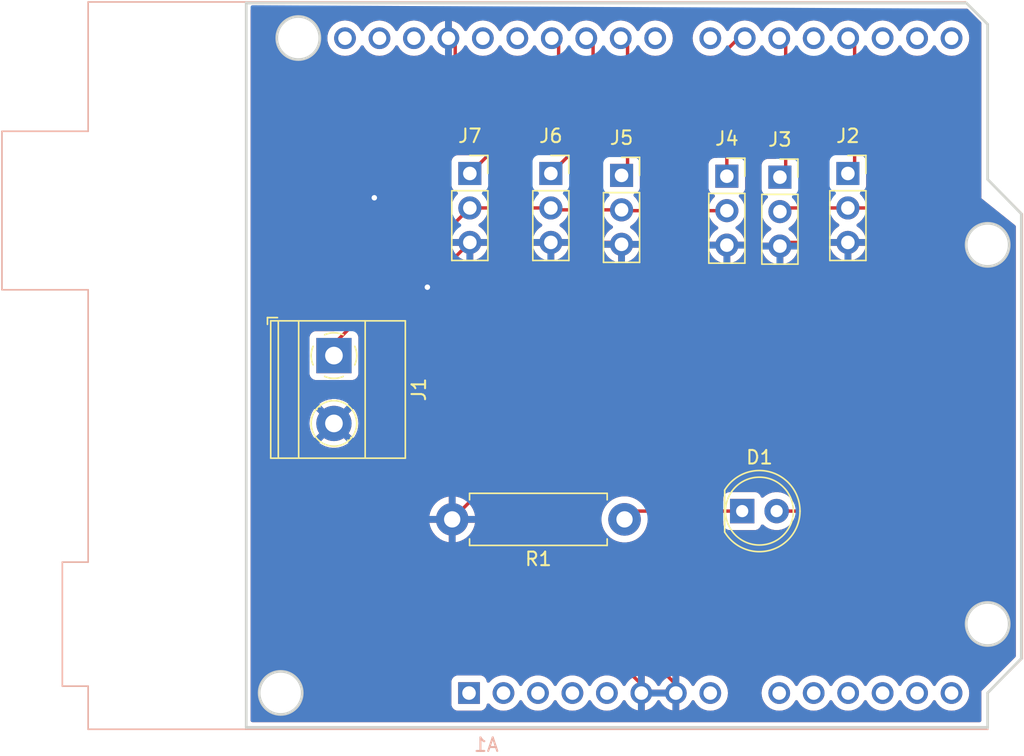
<source format=kicad_pcb>
(kicad_pcb (version 20221018) (generator pcbnew)
  (layers (0 "F.Cu" signal) (31 "B.Cu" signal) (34 "B.Paste" user) (35 "F.Paste" user) (36 "B.SilkS" user "B.Silkscreen") (37 "F.SilkS" user "F.Silkscreen") (38 "B.Mask" user) (39 "F.Mask" user) (44 "Edge.Cuts" user))
  (net 0 "")
  (net 6 "GND")
  (net 25 "Net-(D1-K)")
  (net 26 "+5V")
  (net 27 "/s0")
  (net 28 "/s1")
  (net 29 "/s2")
  (net 30 "/s3")
  (net 31 "/s4")
  (net 32 "/s5")
  (footprint "Connector_PinSocket_2.54mm:PinSocket_1x03_P2.54mm_Vertical" (layer "F.Cu") (at 166.65 32.21)
    (fp_text reference "J6" (at 0 -2.77) (layer "F.SilkS"))
    (fp_text value "Conn_01x03")
    (fp_line (start -1.33 1.27) (end -1.33 6.41) (stroke (width 0.12)) (layer "F.SilkS"))
    (fp_line (start -1.33 1.27) (end 1.33 1.27) (stroke (width 0.12)) (layer "F.SilkS"))
    (fp_line (start -1.33 6.41) (end 1.33 6.41) (stroke (width 0.12)) (layer "F.SilkS"))
    (fp_line (start 0 -1.33) (end 1.33 -1.33) (stroke (width 0.12)) (layer "F.SilkS"))
    (fp_line (start 1.33 -1.33) (end 1.33 0) (stroke (width 0.12)) (layer "F.SilkS"))
    (fp_line (start 1.33 1.27) (end 1.33 6.41) (stroke (width 0.12)) (layer "F.SilkS"))
    (pad "1" thru_hole rect (at 0 0) (size 1.7 1.7) (drill 1) (layers "*.Cu" "*.Mask") (net 31 "/s4"))
    (pad "2" thru_hole oval (at 0 2.54) (size 1.7 1.7) (drill 1) (layers "*.Cu" "*.Mask") (net 26 "+5V"))
    (pad "3" thru_hole oval (at 0 5.08) (size 1.7 1.7) (drill 1) (layers "*.Cu" "*.Mask") (net 6 "GND"))
  )
  (footprint "Connector_PinSocket_2.54mm:PinSocket_1x03_P2.54mm_Vertical" (layer "F.Cu") (at 188.54 32.21)
    (fp_text reference "J2" (at 0 -2.77) (layer "F.SilkS"))
    (fp_text value "Conn_01x03")
    (fp_line (start -1.33 1.27) (end -1.33 6.41) (stroke (width 0.12)) (layer "F.SilkS"))
    (fp_line (start -1.33 1.27) (end 1.33 1.27) (stroke (width 0.12)) (layer "F.SilkS"))
    (fp_line (start -1.33 6.41) (end 1.33 6.41) (stroke (width 0.12)) (layer "F.SilkS"))
    (fp_line (start 0 -1.33) (end 1.33 -1.33) (stroke (width 0.12)) (layer "F.SilkS"))
    (fp_line (start 1.33 -1.33) (end 1.33 0) (stroke (width 0.12)) (layer "F.SilkS"))
    (fp_line (start 1.33 1.27) (end 1.33 6.41) (stroke (width 0.12)) (layer "F.SilkS"))
    (pad "1" thru_hole rect (at 0 0) (size 1.7 1.7) (drill 1) (layers "*.Cu" "*.Mask") (net 27 "/s0"))
    (pad "2" thru_hole oval (at 0 2.54) (size 1.7 1.7) (drill 1) (layers "*.Cu" "*.Mask") (net 26 "+5V"))
    (pad "3" thru_hole oval (at 0 5.08) (size 1.7 1.7) (drill 1) (layers "*.Cu" "*.Mask") (net 6 "GND"))
  )
  (footprint "TerminalBlock_Phoenix:TerminalBlock_Phoenix_MKDS-1,5-2_1x02_P5.00mm_Horizontal" (layer "F.Cu") (at 150.665 45.63 -90)
    (fp_text reference "J1" (at 2.5 -6.26 90) (layer "F.SilkS"))
    (fp_text value "Screw_Terminal_01x02")
    (fp_line (start -2.8 4.16) (end -2.8 4.9) (stroke (width 0.12)) (layer "F.SilkS"))
    (fp_line (start -2.8 4.9) (end -2.3 4.9) (stroke (width 0.12)) (layer "F.SilkS"))
    (fp_line (start -2.56 -5.261) (end -2.56 4.66) (stroke (width 0.12)) (layer "F.SilkS"))
    (fp_line (start -2.56 -5.261) (end 7.56 -5.261) (stroke (width 0.12)) (layer "F.SilkS"))
    (fp_line (start -2.56 -2.301) (end 7.56 -2.301) (stroke (width 0.12)) (layer "F.SilkS"))
    (fp_line (start -2.56 2.6) (end 7.56 2.6) (stroke (width 0.12)) (layer "F.SilkS"))
    (fp_line (start -2.56 4.1) (end 7.56 4.1) (stroke (width 0.12)) (layer "F.SilkS"))
    (fp_line (start -2.56 4.66) (end 7.56 4.66) (stroke (width 0.12)) (layer "F.SilkS"))
    (fp_line (start 3.773 1.023) (end 3.726 1.069) (stroke (width 0.12)) (layer "F.SilkS"))
    (fp_line (start 3.966 1.239) (end 3.931 1.274) (stroke (width 0.12)) (layer "F.SilkS"))
    (fp_line (start 6.07 -1.275) (end 6.035 -1.239) (stroke (width 0.12)) (layer "F.SilkS"))
    (fp_line (start 6.275 -1.069) (end 6.228 -1.023) (stroke (width 0.12)) (layer "F.SilkS"))
    (fp_line (start 7.56 -5.261) (end 7.56 4.66) (stroke (width 0.12)) (layer "F.SilkS"))
    (fp_arc (start -1.535427 0.683042) (mid -1.680501 -0.000524) (end -1.535 -0.684) (stroke (width 0.12)) (layer "F.SilkS"))
    (fp_arc (start -0.683042 -1.535427) (mid 0.000524 -1.680501) (end 0.684 -1.535) (stroke (width 0.12)) (layer "F.SilkS"))
    (fp_arc (start 0.028805 1.680253) (mid -0.335551 1.646659) (end -0.684 1.535) (stroke (width 0.12)) (layer "F.SilkS"))
    (fp_arc (start 0.683318 1.534756) (mid 0.349292 1.643288) (end 0 1.68) (stroke (width 0.12)) (layer "F.SilkS"))
    (fp_arc (start 1.535427 -0.683042) (mid 1.680501 0.000524) (end 1.535 0.684) (stroke (width 0.12)) (layer "F.SilkS"))
    (fp_circle (center 5 0) (end 6.68 0) (stroke (width 0.12)) (fill none) (layer "F.SilkS"))
    (pad "1" thru_hole rect (at 0 0 270) (size 2.6 2.6) (drill 1.3) (layers "*.Cu" "*.Mask") (net 26 "+5V"))
    (pad "2" thru_hole circle (at 5 0 270) (size 2.6 2.6) (drill 1.3) (layers "*.Cu" "*.Mask") (net 6 "GND"))
  )
  (footprint "Connector_PinSocket_2.54mm:PinSocket_1x03_P2.54mm_Vertical" (layer "F.Cu") (at 160.68 32.21)
    (fp_text reference "J7" (at 0 -2.77) (layer "F.SilkS"))
    (fp_text value "Conn_01x03")
    (fp_line (start -1.33 1.27) (end -1.33 6.41) (stroke (width 0.12)) (layer "F.SilkS"))
    (fp_line (start -1.33 1.27) (end 1.33 1.27) (stroke (width 0.12)) (layer "F.SilkS"))
    (fp_line (start -1.33 6.41) (end 1.33 6.41) (stroke (width 0.12)) (layer "F.SilkS"))
    (fp_line (start 0 -1.33) (end 1.33 -1.33) (stroke (width 0.12)) (layer "F.SilkS"))
    (fp_line (start 1.33 -1.33) (end 1.33 0) (stroke (width 0.12)) (layer "F.SilkS"))
    (fp_line (start 1.33 1.27) (end 1.33 6.41) (stroke (width 0.12)) (layer "F.SilkS"))
    (pad "1" thru_hole rect (at 0 0) (size 1.7 1.7) (drill 1) (layers "*.Cu" "*.Mask") (net 32 "/s5"))
    (pad "2" thru_hole oval (at 0 2.54) (size 1.7 1.7) (drill 1) (layers "*.Cu" "*.Mask") (net 26 "+5V"))
    (pad "3" thru_hole oval (at 0 5.08) (size 1.7 1.7) (drill 1) (layers "*.Cu" "*.Mask") (net 6 "GND"))
  )
  (footprint "Connector_PinSocket_2.54mm:PinSocket_1x03_P2.54mm_Vertical" (layer "F.Cu") (at 179.62 32.41)
    (fp_text reference "J4" (at 0 -2.77) (layer "F.SilkS"))
    (fp_text value "Conn_01x03")
    (fp_line (start -1.33 1.27) (end -1.33 6.41) (stroke (width 0.12)) (layer "F.SilkS"))
    (fp_line (start -1.33 1.27) (end 1.33 1.27) (stroke (width 0.12)) (layer "F.SilkS"))
    (fp_line (start -1.33 6.41) (end 1.33 6.41) (stroke (width 0.12)) (layer "F.SilkS"))
    (fp_line (start 0 -1.33) (end 1.33 -1.33) (stroke (width 0.12)) (layer "F.SilkS"))
    (fp_line (start 1.33 -1.33) (end 1.33 0) (stroke (width 0.12)) (layer "F.SilkS"))
    (fp_line (start 1.33 1.27) (end 1.33 6.41) (stroke (width 0.12)) (layer "F.SilkS"))
    (pad "1" thru_hole rect (at 0 0) (size 1.7 1.7) (drill 1) (layers "*.Cu" "*.Mask") (net 29 "/s2"))
    (pad "2" thru_hole oval (at 0 2.54) (size 1.7 1.7) (drill 1) (layers "*.Cu" "*.Mask") (net 26 "+5V"))
    (pad "3" thru_hole oval (at 0 5.08) (size 1.7 1.7) (drill 1) (layers "*.Cu" "*.Mask") (net 6 "GND"))
  )
  (footprint "Resistor_THT:R_Axial_DIN0411_L9.9mm_D3.6mm_P12.70mm_Horizontal" (layer "F.Cu") (at 172.08 57.7 180)
    (fp_text reference "R1" (at 6.35 -2.92) (layer "F.SilkS"))
    (fp_text value "220Ω")
    (fp_line (start 1.28 -1.92) (end 11.42 -1.92) (stroke (width 0.12)) (layer "F.SilkS"))
    (fp_line (start 1.28 -1.44) (end 1.28 -1.92) (stroke (width 0.12)) (layer "F.SilkS"))
    (fp_line (start 1.28 1.44) (end 1.28 1.92) (stroke (width 0.12)) (layer "F.SilkS"))
    (fp_line (start 1.28 1.92) (end 11.42 1.92) (stroke (width 0.12)) (layer "F.SilkS"))
    (fp_line (start 11.42 -1.92) (end 11.42 -1.44) (stroke (width 0.12)) (layer "F.SilkS"))
    (fp_line (start 11.42 1.92) (end 11.42 1.44) (stroke (width 0.12)) (layer "F.SilkS"))
    (pad "1" thru_hole circle (at 0 0 180) (size 2.4 2.4) (drill 1.2) (layers "*.Cu" "*.Mask") (net 25 "Net-(D1-K)"))
    (pad "2" thru_hole oval (at 12.7 0 180) (size 2.4 2.4) (drill 1.2) (layers "*.Cu" "*.Mask") (net 6 "GND"))
  )
  (footprint "Connector_PinSocket_2.54mm:PinSocket_1x03_P2.54mm_Vertical" (layer "F.Cu") (at 171.86 32.35)
    (fp_text reference "J5" (at 0 -2.77) (layer "F.SilkS"))
    (fp_text value "Conn_01x03")
    (fp_line (start -1.33 1.27) (end -1.33 6.41) (stroke (width 0.12)) (layer "F.SilkS"))
    (fp_line (start -1.33 1.27) (end 1.33 1.27) (stroke (width 0.12)) (layer "F.SilkS"))
    (fp_line (start -1.33 6.41) (end 1.33 6.41) (stroke (width 0.12)) (layer "F.SilkS"))
    (fp_line (start 0 -1.33) (end 1.33 -1.33) (stroke (width 0.12)) (layer "F.SilkS"))
    (fp_line (start 1.33 -1.33) (end 1.33 0) (stroke (width 0.12)) (layer "F.SilkS"))
    (fp_line (start 1.33 1.27) (end 1.33 6.41) (stroke (width 0.12)) (layer "F.SilkS"))
    (pad "1" thru_hole rect (at 0 0) (size 1.7 1.7) (drill 1) (layers "*.Cu" "*.Mask") (net 30 "/s3"))
    (pad "2" thru_hole oval (at 0 2.54) (size 1.7 1.7) (drill 1) (layers "*.Cu" "*.Mask") (net 26 "+5V"))
    (pad "3" thru_hole oval (at 0 5.08) (size 1.7 1.7) (drill 1) (layers "*.Cu" "*.Mask") (net 6 "GND"))
  )
  (footprint "LED_THT:LED_D5.0mm" (layer "F.Cu") (at 180.75 57.09)
    (fp_text reference "D1" (at 1.27 -3.96) (layer "F.SilkS"))
    (fp_text value "RED")
    (fp_line (start -1.29 -1.545) (end -1.29 1.545) (stroke (width 0.12)) (layer "F.SilkS"))
    (fp_arc (start -1.29 -1.54483) (mid 2.072002 -2.880433) (end 4.26 0.000462) (stroke (width 0.12)) (layer "F.SilkS"))
    (fp_arc (start 4.26 -0.000462) (mid 2.072002 2.880433) (end -1.29 1.54483) (stroke (width 0.12)) (layer "F.SilkS"))
    (fp_circle (center 1.27 0) (end 3.77 0) (stroke (width 0.12)) (fill none) (layer "F.SilkS"))
    (pad "1" thru_hole rect (at 0 0) (size 1.8 1.8) (drill 0.9) (layers "*.Cu" "*.Mask") (net 25 "Net-(D1-K)"))
    (pad "2" thru_hole circle (at 2.54 0) (size 1.8 1.8) (drill 0.9) (layers "*.Cu" "*.Mask") (net 26 "+5V"))
  )
  (footprint "Connector_PinSocket_2.54mm:PinSocket_1x03_P2.54mm_Vertical" (layer "F.Cu") (at 183.53 32.48)
    (fp_text reference "J3" (at 0 -2.77) (layer "F.SilkS"))
    (fp_text value "Conn_01x03")
    (fp_line (start -1.33 1.27) (end -1.33 6.41) (stroke (width 0.12)) (layer "F.SilkS"))
    (fp_line (start -1.33 1.27) (end 1.33 1.27) (stroke (width 0.12)) (layer "F.SilkS"))
    (fp_line (start -1.33 6.41) (end 1.33 6.41) (stroke (width 0.12)) (layer "F.SilkS"))
    (fp_line (start 0 -1.33) (end 1.33 -1.33) (stroke (width 0.12)) (layer "F.SilkS"))
    (fp_line (start 1.33 -1.33) (end 1.33 0) (stroke (width 0.12)) (layer "F.SilkS"))
    (fp_line (start 1.33 1.27) (end 1.33 6.41) (stroke (width 0.12)) (layer "F.SilkS"))
    (pad "1" thru_hole rect (at 0 0) (size 1.7 1.7) (drill 1) (layers "*.Cu" "*.Mask") (net 28 "/s1"))
    (pad "2" thru_hole oval (at 0 2.54) (size 1.7 1.7) (drill 1) (layers "*.Cu" "*.Mask") (net 26 "+5V"))
    (pad "3" thru_hole oval (at 0 5.08) (size 1.7 1.7) (drill 1) (layers "*.Cu" "*.Mask") (net 6 "GND"))
  )
  (footprint "Module:Arduino_UNO_R3" (layer "B.Cu") (at 160.62 70.5)
    (fp_text reference "A1" (at 1.27 3.81 -360) (layer "B.SilkS") (effects (justify mirror)))
    (fp_text value "Arduino_UNO_R3")
    (fp_line (start -34.42 -41.4) (end -28.07 -41.4) (stroke (width 0.12)) (layer "B.SilkS"))
    (fp_line (start -34.42 -29.72) (end -34.42 -41.4) (stroke (width 0.12)) (layer "B.SilkS"))
    (fp_line (start -29.97 -9.65) (end -28.07 -9.65) (stroke (width 0.12)) (layer "B.SilkS"))
    (fp_line (start -29.97 -0.51) (end -29.97 -9.65) (stroke (width 0.12)) (layer "B.SilkS"))
    (fp_line (start -28.07 -50.93) (end 36.58 -50.93) (stroke (width 0.12)) (layer "B.SilkS"))
    (fp_line (start -28.07 -41.4) (end -28.07 -50.93) (stroke (width 0.12)) (layer "B.SilkS"))
    (fp_line (start -28.07 -29.72) (end -34.42 -29.72) (stroke (width 0.12)) (layer "B.SilkS"))
    (fp_line (start -28.07 -9.65) (end -28.07 -29.72) (stroke (width 0.12)) (layer "B.SilkS"))
    (fp_line (start -28.07 -0.51) (end -29.97 -0.51) (stroke (width 0.12)) (layer "B.SilkS"))
    (fp_line (start -28.07 2.67) (end -28.07 -0.51) (stroke (width 0.12)) (layer "B.SilkS"))
    (fp_line (start 36.58 -50.93) (end 38.23 -49.28) (stroke (width 0.12)) (layer "B.SilkS"))
    (fp_line (start 38.23 -49.28) (end 38.23 -37.85) (stroke (width 0.12)) (layer "B.SilkS"))
    (fp_line (start 38.23 -37.85) (end 40.77 -35.31) (stroke (width 0.12)) (layer "B.SilkS"))
    (fp_line (start 38.23 0) (end 38.23 2.67) (stroke (width 0.12)) (layer "B.SilkS"))
    (fp_line (start 38.23 2.67) (end -28.07 2.67) (stroke (width 0.12)) (layer "B.SilkS"))
    (fp_line (start 40.77 -35.31) (end 40.77 -2.54) (stroke (width 0.12)) (layer "B.SilkS"))
    (fp_line (start 40.77 -2.54) (end 38.23 0) (stroke (width 0.12)) (layer "B.SilkS"))
    (pad "1" thru_hole rect (at 0 0 270) (size 1.6 1.6) (drill 1) (layers "*.Cu" "*.Mask"))
    (pad "2" thru_hole oval (at 2.54 0 270) (size 1.6 1.6) (drill 1) (layers "*.Cu" "*.Mask"))
    (pad "3" thru_hole oval (at 5.08 0 270) (size 1.6 1.6) (drill 1) (layers "*.Cu" "*.Mask"))
    (pad "4" thru_hole oval (at 7.62 0 270) (size 1.6 1.6) (drill 1) (layers "*.Cu" "*.Mask"))
    (pad "5" thru_hole oval (at 10.16 0 270) (size 1.6 1.6) (drill 1) (layers "*.Cu" "*.Mask"))
    (pad "6" thru_hole oval (at 12.7 0 270) (size 1.6 1.6) (drill 1) (layers "*.Cu" "*.Mask") (net 6 "GND"))
    (pad "7" thru_hole oval (at 15.24 0 270) (size 1.6 1.6) (drill 1) (layers "*.Cu" "*.Mask") (net 6 "GND"))
    (pad "8" thru_hole oval (at 17.78 0 270) (size 1.6 1.6) (drill 1) (layers "*.Cu" "*.Mask"))
    (pad "9" thru_hole oval (at 22.86 0 270) (size 1.6 1.6) (drill 1) (layers "*.Cu" "*.Mask"))
    (pad "10" thru_hole oval (at 25.4 0 270) (size 1.6 1.6) (drill 1) (layers "*.Cu" "*.Mask"))
    (pad "11" thru_hole oval (at 27.94 0 270) (size 1.6 1.6) (drill 1) (layers "*.Cu" "*.Mask"))
    (pad "12" thru_hole oval (at 30.48 0 270) (size 1.6 1.6) (drill 1) (layers "*.Cu" "*.Mask"))
    (pad "13" thru_hole oval (at 33.02 0 270) (size 1.6 1.6) (drill 1) (layers "*.Cu" "*.Mask"))
    (pad "14" thru_hole oval (at 35.56 0 270) (size 1.6 1.6) (drill 1) (layers "*.Cu" "*.Mask"))
    (pad "15" thru_hole oval (at 35.56 -48.26 270) (size 1.6 1.6) (drill 1) (layers "*.Cu" "*.Mask"))
    (pad "16" thru_hole oval (at 33.02 -48.26 270) (size 1.6 1.6) (drill 1) (layers "*.Cu" "*.Mask"))
    (pad "17" thru_hole oval (at 30.48 -48.26 270) (size 1.6 1.6) (drill 1) (layers "*.Cu" "*.Mask"))
    (pad "18" thru_hole oval (at 27.94 -48.26 270) (size 1.6 1.6) (drill 1) (layers "*.Cu" "*.Mask") (net 27 "/s0"))
    (pad "19" thru_hole oval (at 25.4 -48.26 270) (size 1.6 1.6) (drill 1) (layers "*.Cu" "*.Mask"))
    (pad "20" thru_hole oval (at 22.86 -48.26 270) (size 1.6 1.6) (drill 1) (layers "*.Cu" "*.Mask") (net 28 "/s1"))
    (pad "21" thru_hole oval (at 20.32 -48.26 270) (size 1.6 1.6) (drill 1) (layers "*.Cu" "*.Mask") (net 29 "/s2"))
    (pad "22" thru_hole oval (at 17.78 -48.26 270) (size 1.6 1.6) (drill 1) (layers "*.Cu" "*.Mask"))
    (pad "23" thru_hole oval (at 13.72 -48.26 270) (size 1.6 1.6) (drill 1) (layers "*.Cu" "*.Mask"))
    (pad "24" thru_hole oval (at 11.18 -48.26 270) (size 1.6 1.6) (drill 1) (layers "*.Cu" "*.Mask") (net 30 "/s3"))
    (pad "25" thru_hole oval (at 8.64 -48.26 270) (size 1.6 1.6) (drill 1) (layers "*.Cu" "*.Mask") (net 31 "/s4"))
    (pad "26" thru_hole oval (at 6.1 -48.26 270) (size 1.6 1.6) (drill 1) (layers "*.Cu" "*.Mask") (net 32 "/s5"))
    (pad "27" thru_hole oval (at 3.56 -48.26 270) (size 1.6 1.6) (drill 1) (layers "*.Cu" "*.Mask"))
    (pad "28" thru_hole oval (at 1.02 -48.26 270) (size 1.6 1.6) (drill 1) (layers "*.Cu" "*.Mask"))
    (pad "29" thru_hole oval (at -1.52 -48.26 270) (size 1.6 1.6) (drill 1) (layers "*.Cu" "*.Mask") (net 6 "GND"))
    (pad "30" thru_hole oval (at -4.06 -48.26 270) (size 1.6 1.6) (drill 1) (layers "*.Cu" "*.Mask"))
    (pad "31" thru_hole oval (at -6.6 -48.26 270) (size 1.6 1.6) (drill 1) (layers "*.Cu" "*.Mask"))
    (pad "32" thru_hole oval (at -9.14 -48.26 270) (size 1.6 1.6) (drill 1) (layers "*.Cu" "*.Mask"))
  )
  (gr_circle (center 156.676 22.228473) (end 156.93 22.228473) (stroke (width 0.2)) (fill none) (layer "Edge.Cuts"))
  (gr_circle (center 196.27 22.228473) (end 196.524 22.228473) (stroke (width 0.2)) (fill none) (layer "Edge.Cuts"))
  (gr_line (start 198.84 73.028473) (end 144.2 73.028473) (stroke (width 0.2)) (layer "Edge.Cuts"))
  (gr_circle (center 161.756 22.228473) (end 162.01 22.228473) (stroke (width 0.2)) (fill none) (layer "Edge.Cuts"))
  (gr_circle (center 178.49 22.228473) (end 178.744 22.228473) (stroke (width 0.2)) (fill none) (layer "Edge.Cuts"))
  (gr_circle (center 160.71 70.488473) (end 160.964 70.488473) (stroke (width 0.2)) (fill none) (layer "Edge.Cuts"))
  (gr_circle (center 170.87 70.488473) (end 171.124 70.488473) (stroke (width 0.2)) (fill none) (layer "Edge.Cuts"))
  (gr_circle (center 188.65 22.228473) (end 188.904 22.228473) (stroke (width 0.2)) (fill none) (layer "Edge.Cuts"))
  (gr_circle (center 151.596 22.228473) (end 151.85 22.228473) (stroke (width 0.2)) (fill none) (layer "Edge.Cuts"))
  (gr_circle (center 183.57 70.488473) (end 183.824 70.488473) (stroke (width 0.2)) (fill none) (layer "Edge.Cuts"))
  (gr_circle (center 186.11 70.488473) (end 186.364 70.488473) (stroke (width 0.2)) (fill none) (layer "Edge.Cuts"))
  (gr_circle (center 169.376 22.228473) (end 169.63 22.228473) (stroke (width 0.2)) (fill none) (layer "Edge.Cuts"))
  (gr_line (start 144.2 73.028473) (end 144.2 19.65) (stroke (width 0.2)) (layer "Edge.Cuts"))
  (gr_circle (center 193.73 22.228473) (end 193.984 22.228473) (stroke (width 0.2)) (fill none) (layer "Edge.Cuts"))
  (gr_circle (center 188.65 70.488473) (end 188.904 70.488473) (stroke (width 0.2)) (fill none) (layer "Edge.Cuts"))
  (gr_line (start 198.84 32.642473) (end 201.32 35.182473) (stroke (width 0.2)) (layer "Edge.Cuts"))
  (gr_circle (center 181.03 22.228473) (end 181.284 22.228473) (stroke (width 0.2)) (fill none) (layer "Edge.Cuts"))
  (gr_circle (center 191.19 22.228473) (end 191.444 22.228473) (stroke (width 0.2)) (fill none) (layer "Edge.Cuts"))
  (gr_circle (center 166.836 22.228473) (end 167.09 22.228473) (stroke (width 0.2)) (fill none) (layer "Edge.Cuts"))
  (gr_circle (center 193.73 70.488473) (end 193.984 70.488473) (stroke (width 0.2)) (fill none) (layer "Edge.Cuts"))
  (gr_circle (center 173.41 70.488473) (end 173.664 70.488473) (stroke (width 0.2)) (fill none) (layer "Edge.Cuts"))
  (gr_circle (center 164.296 22.228473) (end 164.55 22.228473) (stroke (width 0.2)) (fill none) (layer "Edge.Cuts"))
  (gr_circle (center 178.49 70.488473) (end 178.744 70.488473) (stroke (width 0.2)) (fill none) (layer "Edge.Cuts"))
  (gr_line (start 198.84 21.214792) (end 198.84 32.642473) (stroke (width 0.2)) (layer "Edge.Cuts"))
  (gr_line (start 201.32 67.948473) (end 198.84 70.488473) (stroke (width 0.2)) (layer "Edge.Cuts"))
  (gr_circle (center 148.04 22.228473) (end 149.6275 22.228473) (stroke (width 0.2)) (fill none) (layer "Edge.Cuts"))
  (gr_circle (center 196.27 70.488473) (end 196.524 70.488473) (stroke (width 0.2)) (fill none) (layer "Edge.Cuts"))
  (gr_circle (center 146.74 70.488473) (end 148.3275 70.488473) (stroke (width 0.2)) (fill none) (layer "Edge.Cuts"))
  (gr_circle (center 163.25 70.488473) (end 163.504 70.488473) (stroke (width 0.2)) (fill none) (layer "Edge.Cuts"))
  (gr_circle (center 198.84 37.468473) (end 200.4275 37.468473) (stroke (width 0.2)) (fill none) (layer "Edge.Cuts"))
  (gr_circle (center 168.33 70.488473) (end 168.584 70.488473) (stroke (width 0.2)) (fill none) (layer "Edge.Cuts"))
  (gr_circle (center 183.57 22.228473) (end 183.824 22.228473) (stroke (width 0.2)) (fill none) (layer "Edge.Cuts"))
  (gr_circle (center 159.216 22.228473) (end 159.47 22.228473) (stroke (width 0.2)) (fill none) (layer "Edge.Cuts"))
  (gr_circle (center 186.11 22.228473) (end 186.364 22.228473) (stroke (width 0.2)) (fill none) (layer "Edge.Cuts"))
  (gr_line (start 198.84 73.028473) (end 198.84 70.488473) (stroke (width 0.2)) (layer "Edge.Cuts"))
  (gr_line (start 198.84 21.214792) (end 197.275208 19.65) (stroke (width 0.2)) (layer "Edge.Cuts"))
  (gr_circle (center 165.79 70.488473) (end 166.044 70.488473) (stroke (width 0.2)) (fill none) (layer "Edge.Cuts"))
  (gr_circle (center 191.19 70.488473) (end 191.444 70.488473) (stroke (width 0.2)) (fill none) (layer "Edge.Cuts"))
  (gr_circle (center 154.136 22.228473) (end 154.39 22.228473) (stroke (width 0.2)) (fill none) (layer "Edge.Cuts"))
  (gr_circle (center 174.456 22.228473) (end 174.71 22.228473) (stroke (width 0.2)) (fill none) (layer "Edge.Cuts"))
  (gr_circle (center 171.916 22.228473) (end 172.17 22.228473) (stroke (width 0.2)) (fill none) (layer "Edge.Cuts"))
  (gr_circle (center 198.84 65.408473) (end 200.4275 65.408473) (stroke (width 0.2)) (fill none) (layer "Edge.Cuts"))
  (gr_circle (center 175.95 70.488473) (end 176.204 70.488473) (stroke (width 0.2)) (fill none) (layer "Edge.Cuts"))
  (gr_line (start 201.32 35.182473) (end 201.32 67.948473) (stroke (width 0.2)) (layer "Edge.Cuts"))
  (gr_line (start 197.275208 19.65) (end 144.2 19.65) (stroke (width 0.2)) (layer "Edge.Cuts"))
  (segment (start 166.65 37.29) (end 171.72 37.29) (width 0.25) (layer "F.Cu") (net 6))
  (segment (start 175.974581 70.385419) (end 176.018857 70.385419) (width 0.25) (layer "F.Cu") (net 6))
  (segment (start 159.1 22.172562) (end 159.136281 22.136281) (width 0.25) (layer "F.Cu") (net 6))
  (segment (start 157.735 57.7) (end 159.38 57.7) (width 0.25) (layer "F.Cu") (net 6))
  (segment (start 171.86 37.43) (end 179.56 37.43) (width 0.25) (layer "F.Cu") (net 6))
  (segment (start 159.1 22.24) (end 159.1 22.172562) (width 0.25) (layer "F.Cu") (net 6))
  (segment (start 159.38 57.7) (end 159.38 63.37) (width 0.25) (layer "F.Cu") (net 6))
  (segment (start 162.77 66.76) (end 170.221134 66.76) (width 0.25) (layer "F.Cu") (net 6))
  (segment (start 172.761134 66.76) (end 176.336469 70.335335) (width 0.25) (layer "F.Cu") (net 6))
  (segment (start 176.018857 70.385419) (end 176.053054 70.419616) (width 0.25) (layer "F.Cu") (net 6))
  (segment (start 188.54 37.29) (end 183.8 37.29) (width 0.25) (layer "F.Cu") (net 6))
  (segment (start 150.665 50.63) (end 157.735 57.7) (width 0.25) (layer "F.Cu") (net 6))
  (segment (start 160.68 56.4) (end 159.38 57.7) (width 0.25) (layer "F.Cu") (net 6))
  (segment (start 179.56 37.43) (end 179.62 37.49) (width 0.25) (layer "F.Cu") (net 6))
  (segment (start 159.38 63.37) (end 162.77 66.76) (width 0.25) (layer "F.Cu") (net 6))
  (segment (start 175.86 70.5) (end 175.974581 70.385419) (width 0.25) (layer "F.Cu") (net 6))
  (segment (start 160.68 37.29) (end 160.68 56.4) (width 0.25) (layer "F.Cu") (net 6))
  (segment (start 176.336469 70.335335) (end 176.336469 70.535924) (width 0.25) (layer "F.Cu") (net 6))
  (segment (start 171.72 37.29) (end 171.86 37.43) (width 0.25) (layer "F.Cu") (net 6))
  (segment (start 170.221134 66.76) (end 172.761134 66.76) (width 0.25) (layer "F.Cu") (net 6))
  (segment (start 183.8 37.29) (end 183.53 37.56) (width 0.25) (layer "F.Cu") (net 6))
  (segment (start 160.68 37.29) (end 166.65 37.29) (width 0.25) (layer "F.Cu") (net 6))
  (segment (start 170.221134 66.76) (end 173.796469 70.335335) (width 0.25) (layer "F.Cu") (net 6))
  (segment (start 173.796469 70.335335) (end 173.796469 70.535924) (width 0.25) (layer "F.Cu") (net 6))
  (segment (start 179.62 37.49) (end 183.46 37.49) (width 0.25) (layer "F.Cu") (net 6))
  (segment (start 183.46 37.49) (end 183.53 37.56) (width 0.25) (layer "F.Cu") (net 6))
  (segment (start 157.55 40.42) (end 157.55 40.59) (width 0.25) (layer "F.Cu") (net 6))
  (segment (start 160.68 37.29) (end 157.55 40.42) (width 0.25) (layer "F.Cu") (net 6))
  (segment (start 153.64 34) (end 159.602469 28.037531) (width 0.25) (layer "F.Cu") (net 6))
  (segment (start 159.602469 28.037531) (end 159.602469 22.275924) (width 0.25) (layer "F.Cu") (net 6))
  (via (at 157.55 40.59) (size 0.8) (drill 0.4) (layers "F.Cu" "B.Cu") (net 6))
  (via (at 153.64 34) (size 0.8) (drill 0.4) (layers "F.Cu" "B.Cu") (net 6))
  (segment (start 153.64 36.68) (end 153.64 34) (width 0.25) (layer "B.Cu") (net 6))
  (segment (start 157.55 40.59) (end 153.64 36.68) (width 0.25) (layer "B.Cu") (net 6))
  (segment (start 172.69 57.09) (end 172.08 57.7) (width 0.25) (layer "F.Cu") (net 25))
  (segment (start 180.75 57.09) (end 172.69 57.09) (width 0.25) (layer "F.Cu") (net 25))
  (segment (start 187.48 57.09) (end 194.48 50.09) (width 0.25) (layer "F.Cu") (net 26))
  (segment (start 171.86 34.89) (end 166.79 34.89) (width 0.25) (layer "F.Cu") (net 26))
  (segment (start 194.48 50.09) (end 194.48 34.78) (width 0.25) (layer "F.Cu") (net 26))
  (segment (start 194.51 34.75) (end 188.54 34.75) (width 0.25) (layer "F.Cu") (net 26))
  (segment (start 160.68 34.75) (end 150.665 44.765) (width 0.25) (layer "F.Cu") (net 26))
  (segment (start 150.665 44.765) (end 150.665 45.63) (width 0.25) (layer "F.Cu") (net 26))
  (segment (start 166.79 34.89) (end 166.65 34.75) (width 0.25) (layer "F.Cu") (net 26))
  (segment (start 188.54 34.75) (end 183.8 34.75) (width 0.25) (layer "F.Cu") (net 26))
  (segment (start 179.62 34.95) (end 171.92 34.95) (width 0.25) (layer "F.Cu") (net 26))
  (segment (start 194.48 34.78) (end 194.51 34.75) (width 0.25) (layer "F.Cu") (net 26))
  (segment (start 171.92 34.95) (end 171.86 34.89) (width 0.25) (layer "F.Cu") (net 26))
  (segment (start 183.8 34.75) (end 183.53 35.02) (width 0.25) (layer "F.Cu") (net 26))
  (segment (start 183.29 57.09) (end 187.48 57.09) (width 0.25) (layer "F.Cu") (net 26))
  (segment (start 166.65 34.75) (end 160.68 34.75) (width 0.25) (layer "F.Cu") (net 26))
  (segment (start 189.036469 31.713531) (end 189.036469 22.275924) (width 0.25) (layer "F.Cu") (net 27))
  (segment (start 188.54 32.21) (end 189.036469 31.713531) (width 0.25) (layer "F.Cu") (net 27))
  (segment (start 183.53 32.48) (end 183.956469 32.053531) (width 0.25) (layer "F.Cu") (net 28))
  (segment (start 183.956469 32.053531) (end 183.956469 22.275924) (width 0.25) (layer "F.Cu") (net 28))
  (segment (start 179.62 32.41) (end 179.62 23.098866) (width 0.25) (layer "F.Cu") (net 29))
  (segment (start 180.954104 21.846913) (end 181.188047 21.846913) (width 0.25) (layer "F.Cu") (net 29))
  (segment (start 181.416469 22.075335) (end 181.416469 22.275924) (width 0.25) (layer "F.Cu") (net 29))
  (segment (start 181.188047 21.846913) (end 181.416469 22.075335) (width 0.25) (layer "F.Cu") (net 29))
  (segment (start 180.813863 21.905003) (end 180.954104 21.846913) (width 0.25) (layer "F.Cu") (net 29))
  (segment (start 179.62 23.098866) (end 180.813863 21.905003) (width 0.25) (layer "F.Cu") (net 29))
  (segment (start 171.86 32.35) (end 172.302469 31.907531) (width 0.25) (layer "F.Cu") (net 30))
  (segment (start 172.302469 31.907531) (end 172.302469 22.275924) (width 0.25) (layer "F.Cu") (net 30))
  (segment (start 169.762469 29.097531) (end 169.762469 22.275924) (width 0.25) (layer "F.Cu") (net 31))
  (segment (start 166.65 32.21) (end 169.762469 29.097531) (width 0.25) (layer "F.Cu") (net 31))
  (segment (start 167.222469 25.667531) (end 167.222469 22.275924) (width 0.25) (layer "F.Cu") (net 32))
  (segment (start 166.72 22.258213) (end 166.81182 22.350033) (width 0.25) (layer "F.Cu") (net 32))
  (segment (start 166.77733 22.29733) (end 166.939054 22.29733) (width 0.25) (layer "F.Cu") (net 32))
  (segment (start 160.68 32.21) (end 167.222469 25.667531) (width 0.25) (layer "F.Cu") (net 32))
  (segment (start 166.939054 22.29733) (end 166.958814 22.249626) (width 0.25) (layer "F.Cu") (net 32))
  (segment (start 166.81182 22.350033) (end 166.86018 22.350033) (width 0.25) (layer "F.Cu") (net 32))
  (segment (start 166.86018 22.350033) (end 166.904857 22.331527) (width 0.25) (layer "F.Cu") (net 32))
  (segment (start 166.72 22.24) (end 166.72 22.258213) (width 0.25) (layer "F.Cu") (net 32))
  (segment (start 166.72 22.24) (end 166.77733 22.29733) (width 0.25) (layer "F.Cu") (net 32))
  (segment (start 166.904857 22.331527) (end 166.939054 22.29733) (width 0.25) (layer "F.Cu") (net 32))
  (zone (net 6) (net_name "GND") (layer "F.Cu") (connect_pads (clearance 0.5)) (min_thickness 0.25) (fill yes (thermal_gap 0.5) (thermal_bridge_width 0.5))
    (polygon (pts (xy 198.374 34.036) (xy 200.914 36.068) (xy 200.914 67.818) (xy 198.374 70.358) (xy 198.374 72.644) (xy 144.526 72.644) (xy 144.526 20.066) (xy 197.358 20.066) (xy 198.374 21.082)))
  )
  (zone (net 6) (net_name "GND") (layer "B.Cu") (priority 1) (connect_pads (clearance 0.5)) (min_thickness 0.25) (fill yes (thermal_gap 0.5) (thermal_bridge_width 0.5))
    (polygon (pts (xy 144.526 19.812) (xy 197.358 20.066) (xy 198.374 21.082) (xy 198.374 34.036) (xy 200.914 36.068) (xy 200.914 67.818) (xy 198.374 70.358) (xy 198.374 72.644) (xy 144.526 72.644)))
  )
)
</source>
